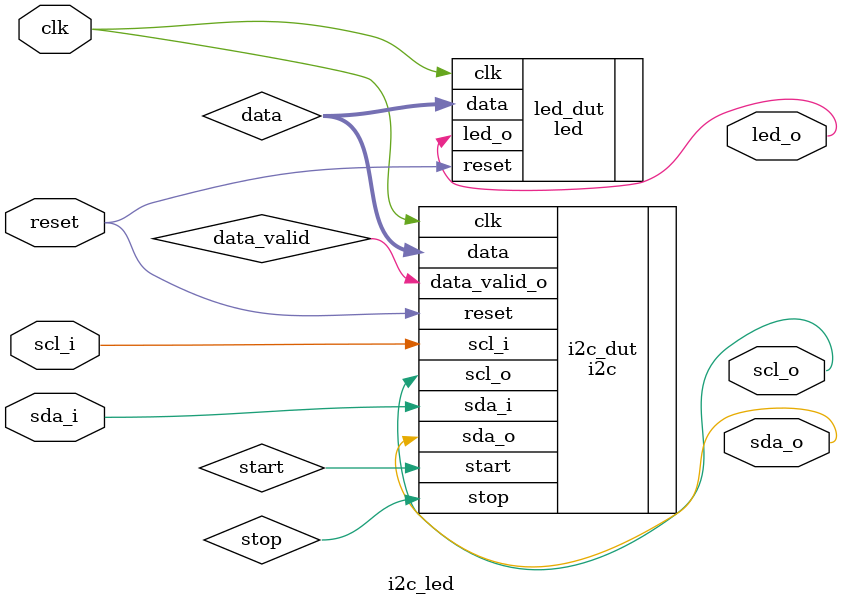
<source format=v>
`default_nettype none

module i2c_led #(
	parameter ADDRESS = 7'h69,
	parameter LED_CNT = 3
)(
	input wire scl_i,
	output wire scl_o,
	input wire sda_i,
	output wire sda_o,
	output wire led_o,
	input wire clk,
	input wire reset
);

	
	localparam DATAWIDTH = LED_CNT*3*8;


	wire [7:0] data;
	wire data_valid;
	wire start;
	wire stop;
	reg [DATAWIDTH-1:0]leddata;
	
	i2c 
		#(.ADDRESS(ADDRESS))
		i2c_dut (
			.scl_i(scl_i),
			.scl_o(scl_o),
			.sda_i(sda_i),
			.sda_o(sda_o),
			.clk(clk),
			.reset(reset),
			.data(data),
			.data_valid_o(data_valid),
			.start(start),
			.stop(stop)
		);


led 
		#(.LED_CNT(LED_CNT))
		led_dut (
			.data(data),
			.led_o(led_o),
			.clk(clk),
			.reset(reset)
		);

endmodule

</source>
